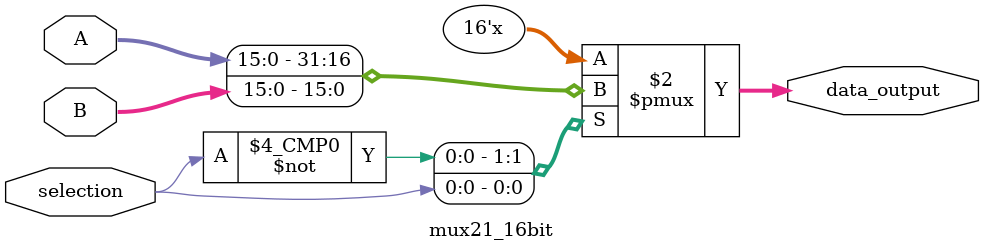
<source format=v>

module mux21_16bit(

input [15:0] A,
input [15:0] B,
input selection,
output reg [15:0] data_output

);

always @(A or B or selection) 
	begin
		case(selection)
			1'b0 : data_output = A;
			1'b1 : data_output = B;
		endcase
	end

endmodule


</source>
